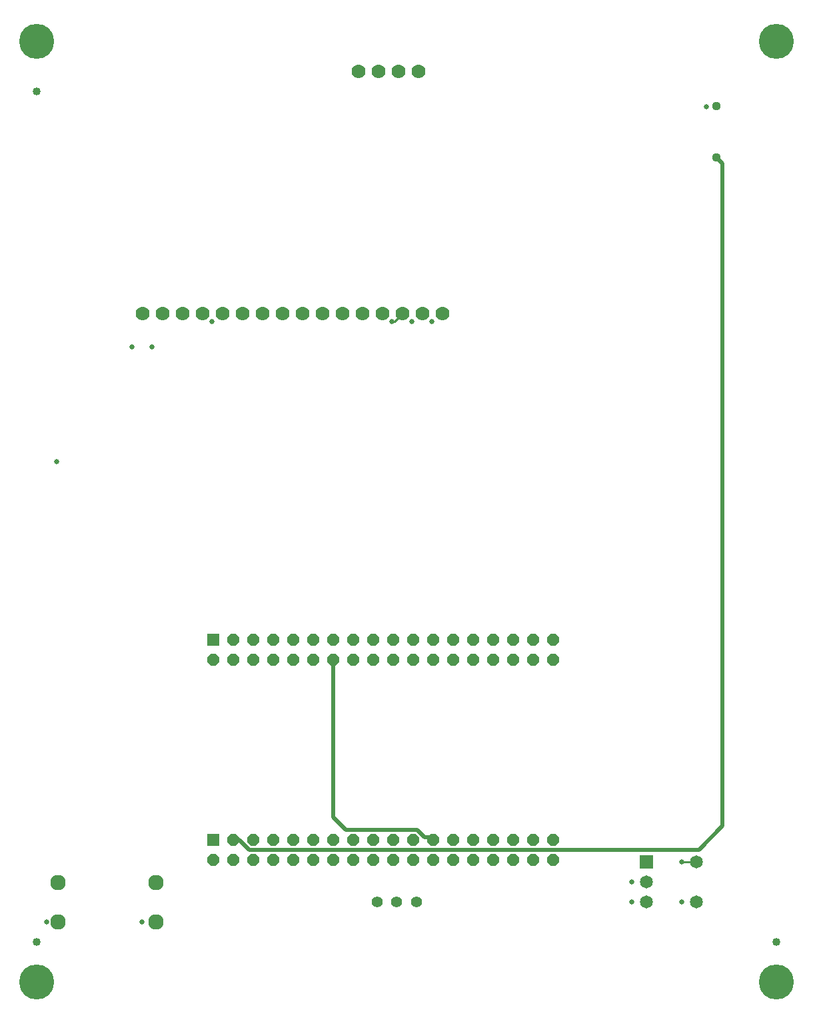
<source format=gbr>
G04 EAGLE Gerber RS-274X export*
G75*
%MOMM*%
%FSLAX34Y34*%
%LPD*%
%INBottom Copper*%
%IPPOS*%
%AMOC8*
5,1,8,0,0,1.08239X$1,22.5*%
G01*
%ADD10C,1.778000*%
%ADD11C,1.651000*%
%ADD12R,1.651000X1.651000*%
%ADD13C,1.120000*%
%ADD14C,1.400000*%
%ADD15C,1.960000*%
%ADD16R,1.524000X1.524000*%
%ADD17P,1.649562X8X22.500000*%
%ADD18C,1.016000*%
%ADD19C,4.445000*%
%ADD20C,0.654800*%
%ADD21C,0.254000*%
%ADD22C,0.508000*%


D10*
X523240Y1193800D03*
X497840Y1193800D03*
X472440Y1193800D03*
X447040Y1193800D03*
D11*
X876300Y190500D03*
X876300Y139700D03*
D12*
X812800Y190500D03*
D11*
X812800Y165100D03*
X812800Y139700D03*
D13*
X901700Y1150100D03*
X901700Y1085100D03*
D14*
X520300Y139700D03*
X495300Y139700D03*
X470300Y139700D03*
D15*
X189500Y164700D03*
X189500Y114700D03*
X64500Y114700D03*
X64500Y164700D03*
D16*
X262300Y472700D03*
D17*
X262300Y447300D03*
X287700Y472700D03*
X287700Y447300D03*
X313100Y472700D03*
X313100Y447300D03*
X338500Y472700D03*
X338500Y447300D03*
X363900Y472700D03*
X363900Y447300D03*
X389300Y472700D03*
X389300Y447300D03*
X414700Y472700D03*
X414700Y447300D03*
X440100Y472700D03*
X440100Y447300D03*
X465500Y472700D03*
X465500Y447300D03*
X490900Y472700D03*
X490900Y447300D03*
X516300Y472700D03*
X516300Y447300D03*
X541700Y472700D03*
X541700Y447300D03*
X567100Y472700D03*
X567100Y447300D03*
X592500Y472700D03*
X592500Y447300D03*
X617900Y472700D03*
X617900Y447300D03*
X643300Y472700D03*
X643300Y447300D03*
X668700Y472700D03*
X668700Y447300D03*
X694100Y472700D03*
X694100Y447300D03*
D16*
X262300Y218700D03*
D17*
X262300Y193300D03*
X287700Y218700D03*
X287700Y193300D03*
X313100Y218700D03*
X313100Y193300D03*
X338500Y218700D03*
X338500Y193300D03*
X363900Y218700D03*
X363900Y193300D03*
X389300Y218700D03*
X389300Y193300D03*
X414700Y218700D03*
X414700Y193300D03*
X440100Y218700D03*
X440100Y193300D03*
X465500Y218700D03*
X465500Y193300D03*
X490900Y218700D03*
X490900Y193300D03*
X516300Y218700D03*
X516300Y193300D03*
X541700Y218700D03*
X541700Y193300D03*
X567100Y218700D03*
X567100Y193300D03*
X592500Y218700D03*
X592500Y193300D03*
X617900Y218700D03*
X617900Y193300D03*
X643300Y218700D03*
X643300Y193300D03*
X668700Y218700D03*
X668700Y193300D03*
X694100Y218700D03*
X694100Y193300D03*
D10*
X172760Y886520D03*
X198160Y886520D03*
X223560Y886520D03*
X248960Y886520D03*
X274360Y886520D03*
X299760Y886520D03*
X325160Y886520D03*
X350560Y886520D03*
X375960Y886520D03*
X401360Y886520D03*
X426760Y886520D03*
X452160Y886520D03*
X477560Y886520D03*
X502960Y886520D03*
X528360Y886520D03*
X553760Y886520D03*
D18*
X977900Y88900D03*
X38100Y1168400D03*
X38100Y88900D03*
D19*
X38100Y38100D03*
X38100Y1231900D03*
X977900Y1231900D03*
X977900Y38100D03*
D20*
X793750Y165100D03*
D21*
X857250Y190500D02*
X876300Y190500D01*
D20*
X857250Y190500D03*
X889000Y1149350D03*
X63500Y698500D03*
X171450Y114300D03*
X50800Y114300D03*
X158750Y844550D03*
X260350Y876300D03*
X514350Y876300D03*
X539750Y876300D03*
X793750Y139700D03*
X857250Y139700D03*
X184150Y844550D03*
D21*
X488950Y876300D02*
X492740Y876300D01*
X502960Y886520D01*
D20*
X488950Y876300D03*
D22*
X414700Y447300D02*
X414700Y247060D01*
X430360Y231400D01*
X530711Y222250D02*
X546100Y222250D01*
X521561Y231400D02*
X430360Y231400D01*
X521561Y231400D02*
X530711Y222250D01*
X909320Y236220D02*
X909320Y1077480D01*
X901700Y1085100D01*
X295139Y218700D02*
X287700Y218700D01*
X295139Y218700D02*
X307839Y206000D01*
X879100Y206000D02*
X909320Y236220D01*
X879100Y206000D02*
X307839Y206000D01*
M02*

</source>
